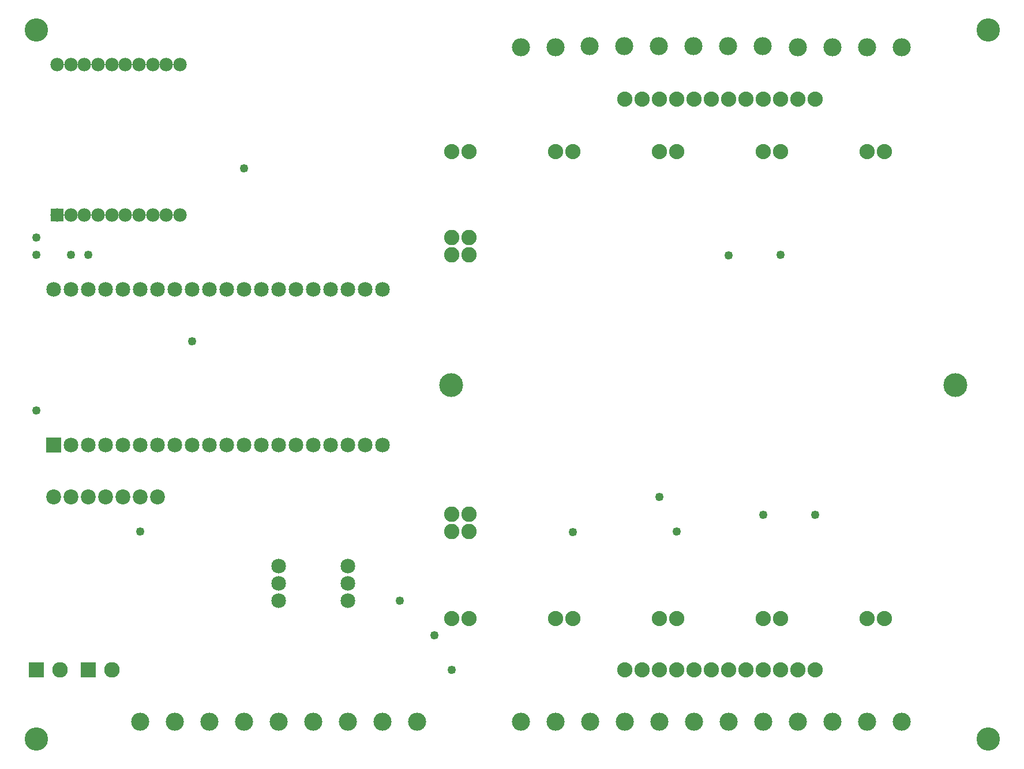
<source format=gts>
G04 MADE WITH FRITZING*
G04 WWW.FRITZING.ORG*
G04 DOUBLE SIDED*
G04 HOLES PLATED*
G04 CONTOUR ON CENTER OF CONTOUR VECTOR*
%ASAXBY*%
%FSLAX23Y23*%
%MOIN*%
%OFA0B0*%
%SFA1.0B1.0*%
%ADD10C,0.085000*%
%ADD11C,0.088000*%
%ADD12C,0.049370*%
%ADD13C,0.137559*%
%ADD14C,0.135000*%
%ADD15C,0.090000*%
%ADD16C,0.086500*%
%ADD17C,0.078000*%
%ADD18C,0.088740*%
%ADD19C,0.104488*%
%ADD20R,0.090000X0.090000*%
%ADD21R,0.085000X0.085000*%
%ADD22R,0.078000X0.078000*%
%LNMASK1*%
G90*
G70*
G54D10*
X1623Y1026D03*
X2023Y1026D03*
G54D11*
X3923Y3926D03*
X3823Y3926D03*
X3723Y626D03*
X3623Y626D03*
X4523Y3926D03*
X4423Y3926D03*
X4723Y3926D03*
X4623Y3926D03*
X4323Y3926D03*
X4223Y3926D03*
X4723Y626D03*
X4623Y626D03*
X4523Y626D03*
X4423Y626D03*
X4323Y626D03*
X4223Y626D03*
X4123Y626D03*
X4023Y626D03*
X4123Y3926D03*
X4023Y3926D03*
X3923Y626D03*
X3823Y626D03*
X3723Y3926D03*
X3623Y3926D03*
G54D12*
X2323Y1026D03*
X2623Y626D03*
X223Y2126D03*
X1123Y2526D03*
X223Y3126D03*
X2523Y826D03*
X3323Y1424D03*
X4523Y3026D03*
X523Y3026D03*
X423Y3026D03*
X223Y3026D03*
X1423Y3526D03*
X4223Y3024D03*
X3823Y1626D03*
X823Y1426D03*
X3923Y1426D03*
X4423Y1524D03*
X4723Y1524D03*
G54D13*
X2622Y2272D03*
G54D14*
X223Y4326D03*
X5723Y4326D03*
X223Y226D03*
X5723Y226D03*
G54D13*
X5535Y2273D03*
G54D11*
X3323Y924D03*
X3223Y924D03*
X2723Y924D03*
X2623Y924D03*
X4523Y3624D03*
X4423Y3624D03*
X2723Y3624D03*
X2623Y3624D03*
X3923Y3624D03*
X3823Y3624D03*
X5123Y924D03*
X5023Y924D03*
X3323Y3624D03*
X3223Y3624D03*
X4523Y924D03*
X4423Y924D03*
X3923Y924D03*
X3823Y924D03*
X5123Y3624D03*
X5023Y3624D03*
G54D15*
X223Y626D03*
X360Y626D03*
X523Y626D03*
X660Y626D03*
G54D10*
X323Y1926D03*
X323Y2826D03*
X423Y1926D03*
X423Y2826D03*
X523Y1926D03*
X523Y2826D03*
X623Y1926D03*
X623Y2826D03*
X723Y1926D03*
X723Y2826D03*
X823Y1926D03*
X823Y2826D03*
X923Y1926D03*
X923Y2826D03*
X1023Y1926D03*
X1023Y2826D03*
X1123Y1926D03*
X1123Y2826D03*
X1223Y1926D03*
X1223Y2826D03*
X1323Y1926D03*
X1323Y2826D03*
X1423Y1926D03*
X1423Y2826D03*
X1523Y1926D03*
X1523Y2826D03*
X1623Y1926D03*
X1623Y2826D03*
X1723Y1926D03*
X1723Y2826D03*
X1823Y1926D03*
X1823Y2826D03*
X1923Y1926D03*
X1923Y2826D03*
X2023Y1926D03*
X2023Y2826D03*
X2123Y1926D03*
X2123Y2826D03*
X2223Y1926D03*
X2223Y2826D03*
G54D16*
X323Y1626D03*
X423Y1626D03*
X523Y1626D03*
X623Y1626D03*
X723Y1626D03*
X823Y1626D03*
X923Y1626D03*
G54D17*
X344Y3256D03*
X423Y3256D03*
X502Y3256D03*
X581Y3256D03*
X660Y3256D03*
X739Y3256D03*
X818Y3256D03*
X897Y3256D03*
X976Y3256D03*
X1055Y3256D03*
X1055Y4126D03*
X976Y4126D03*
X897Y4126D03*
X818Y4126D03*
X739Y4126D03*
X660Y4126D03*
X581Y4126D03*
X502Y4126D03*
X423Y4126D03*
X344Y4126D03*
G54D18*
X2723Y1526D03*
X2723Y1426D03*
X2623Y3026D03*
G54D19*
X5023Y4226D03*
X3821Y4231D03*
X5223Y4226D03*
X4021Y4231D03*
X4623Y4226D03*
X3421Y4231D03*
X3223Y4226D03*
X4421Y4231D03*
X4823Y4226D03*
X3621Y4231D03*
X3023Y4226D03*
X4221Y4231D03*
X1223Y326D03*
X1023Y326D03*
X4823Y326D03*
X3623Y326D03*
X4623Y326D03*
X1823Y326D03*
X2423Y326D03*
X3423Y326D03*
X5023Y326D03*
X3823Y326D03*
X1423Y326D03*
X2023Y326D03*
X3023Y326D03*
X4223Y326D03*
X5223Y326D03*
X4023Y326D03*
X823Y326D03*
X1623Y326D03*
X2223Y326D03*
X3223Y326D03*
X4423Y326D03*
G54D18*
X2623Y1526D03*
X2623Y1426D03*
X2623Y3126D03*
X2723Y3026D03*
X2723Y3126D03*
G54D10*
X1623Y1226D03*
X2023Y1226D03*
X1623Y1126D03*
X2023Y1126D03*
G54D20*
X223Y626D03*
X523Y626D03*
G54D21*
X323Y1926D03*
G54D22*
X344Y3256D03*
G04 End of Mask1*
M02*
</source>
